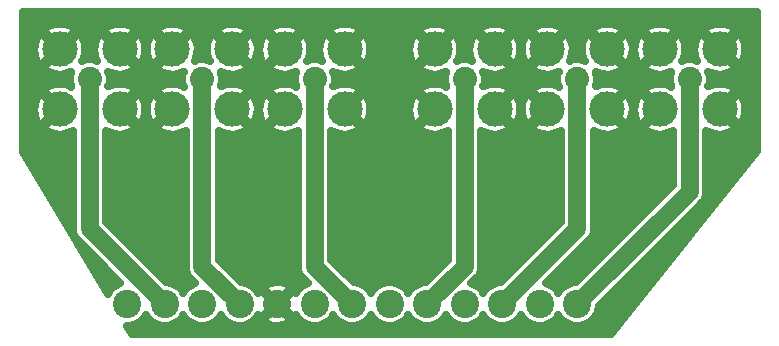
<source format=gbr>
%TF.GenerationSoftware,KiCad,Pcbnew,(5.1.9)-1*%
%TF.CreationDate,2021-11-23T15:31:52+07:00*%
%TF.ProjectId,DAC_SMA,4441435f-534d-4412-9e6b-696361645f70,rev?*%
%TF.SameCoordinates,Original*%
%TF.FileFunction,Copper,L1,Top*%
%TF.FilePolarity,Positive*%
%FSLAX46Y46*%
G04 Gerber Fmt 4.6, Leading zero omitted, Abs format (unit mm)*
G04 Created by KiCad (PCBNEW (5.1.9)-1) date 2021-11-23 15:31:52*
%MOMM*%
%LPD*%
G01*
G04 APERTURE LIST*
%TA.AperFunction,ComponentPad*%
%ADD10C,2.400000*%
%TD*%
%TA.AperFunction,ComponentPad*%
%ADD11C,3.000000*%
%TD*%
%TA.AperFunction,ComponentPad*%
%ADD12C,2.050000*%
%TD*%
%TA.AperFunction,Conductor*%
%ADD13C,1.500000*%
%TD*%
%TA.AperFunction,Conductor*%
%ADD14C,0.700000*%
%TD*%
%TA.AperFunction,Conductor*%
%ADD15C,0.100000*%
%TD*%
G04 APERTURE END LIST*
D10*
%TO.P,J2,1*%
%TO.N,N/C*%
X47625000Y-98425000D03*
%TD*%
%TO.P,J2,1*%
%TO.N,N/C*%
X53975000Y-98425000D03*
%TD*%
%TO.P,J2,1*%
%TO.N,N/C*%
X63500000Y-98425000D03*
%TD*%
%TO.P,J2,1*%
%TO.N,N/C*%
X69850000Y-98425000D03*
%TD*%
%TO.P,J2,1*%
%TO.N,N/C*%
X76200000Y-98425000D03*
%TD*%
%TO.P,J2,1*%
%TO.N,N/C*%
X82550000Y-98425000D03*
%TD*%
%TO.P,J13,1*%
%TO.N,GNDA*%
X60325000Y-98425000D03*
%TD*%
D11*
%TO.P,J12,2*%
%TO.N,GNDA*%
X56515000Y-81915000D03*
X51435000Y-81915000D03*
X51435000Y-76835000D03*
X56515000Y-76835000D03*
D12*
%TO.P,J12,1*%
%TO.N,Net-(J12-Pad1)*%
X53975000Y-79375000D03*
%TD*%
D11*
%TO.P,J11,2*%
%TO.N,GNDA*%
X46990000Y-81915000D03*
X41910000Y-81915000D03*
X41910000Y-76835000D03*
X46990000Y-76835000D03*
D12*
%TO.P,J11,1*%
%TO.N,Net-(J11-Pad1)*%
X44450000Y-79375000D03*
%TD*%
D11*
%TO.P,J10,2*%
%TO.N,GNDA*%
X66040000Y-81915000D03*
X60960000Y-81915000D03*
X60960000Y-76835000D03*
X66040000Y-76835000D03*
D12*
%TO.P,J10,1*%
%TO.N,Net-(J10-Pad1)*%
X63500000Y-79375000D03*
%TD*%
D11*
%TO.P,J9,2*%
%TO.N,GNDA*%
X78740000Y-81915000D03*
X73660000Y-81915000D03*
X73660000Y-76835000D03*
X78740000Y-76835000D03*
D12*
%TO.P,J9,1*%
%TO.N,Net-(J3-Pad1)*%
X76200000Y-79375000D03*
%TD*%
D11*
%TO.P,J8,2*%
%TO.N,GNDA*%
X88265000Y-81915000D03*
X83185000Y-81915000D03*
X83185000Y-76835000D03*
X88265000Y-76835000D03*
D12*
%TO.P,J8,1*%
%TO.N,Net-(J2-Pad1)*%
X85725000Y-79375000D03*
%TD*%
D10*
%TO.P,J7,1*%
%TO.N,Net-(J12-Pad1)*%
X57150000Y-98425000D03*
%TD*%
%TO.P,J6,1*%
%TO.N,Net-(J11-Pad1)*%
X50800000Y-98425000D03*
%TD*%
%TO.P,J5,1*%
%TO.N,Net-(J10-Pad1)*%
X66675000Y-98425000D03*
%TD*%
D11*
%TO.P,J4,2*%
%TO.N,GNDA*%
X97790000Y-81915000D03*
X92710000Y-81915000D03*
X92710000Y-76835000D03*
X97790000Y-76835000D03*
D12*
%TO.P,J4,1*%
%TO.N,Net-(J1-Pad1)*%
X95250000Y-79375000D03*
%TD*%
D10*
%TO.P,J3,1*%
%TO.N,Net-(J3-Pad1)*%
X73025000Y-98425000D03*
%TD*%
%TO.P,J2,1*%
%TO.N,Net-(J2-Pad1)*%
X79375000Y-98425000D03*
%TD*%
%TO.P,J1,1*%
%TO.N,Net-(J1-Pad1)*%
X85725000Y-98425000D03*
%TD*%
D13*
%TO.N,Net-(J1-Pad1)*%
X95250000Y-88900000D02*
X85725000Y-98425000D01*
X95250000Y-79375000D02*
X95250000Y-88900000D01*
%TO.N,Net-(J2-Pad1)*%
X85725000Y-92075000D02*
X85725000Y-79375000D01*
X79375000Y-98425000D02*
X85725000Y-92075000D01*
%TO.N,Net-(J3-Pad1)*%
X76200000Y-95250000D02*
X76200000Y-79375000D01*
X73025000Y-98425000D02*
X76200000Y-95250000D01*
%TO.N,Net-(J10-Pad1)*%
X63500000Y-95250000D02*
X63500000Y-79375000D01*
X66675000Y-98425000D02*
X63500000Y-95250000D01*
%TO.N,Net-(J11-Pad1)*%
X44450000Y-92075000D02*
X50800000Y-98425000D01*
X44450000Y-79375000D02*
X44450000Y-92075000D01*
%TO.N,Net-(J12-Pad1)*%
X53975000Y-95250000D02*
X53975000Y-79375000D01*
X57150000Y-98425000D02*
X53975000Y-95250000D01*
%TD*%
D14*
%TO.N,GNDA*%
X100925000Y-85488223D02*
X88575579Y-100925000D01*
X48007178Y-100925000D01*
X47617178Y-100275000D01*
X47807209Y-100275000D01*
X48164625Y-100203905D01*
X48501303Y-100064448D01*
X48804306Y-99861989D01*
X49061989Y-99604306D01*
X49212500Y-99379049D01*
X49363011Y-99604306D01*
X49620694Y-99861989D01*
X49923697Y-100064448D01*
X50260375Y-100203905D01*
X50617791Y-100275000D01*
X50982209Y-100275000D01*
X51339625Y-100203905D01*
X51676303Y-100064448D01*
X51979306Y-99861989D01*
X52236989Y-99604306D01*
X52387500Y-99379049D01*
X52538011Y-99604306D01*
X52795694Y-99861989D01*
X53098697Y-100064448D01*
X53435375Y-100203905D01*
X53792791Y-100275000D01*
X54157209Y-100275000D01*
X54514625Y-100203905D01*
X54851303Y-100064448D01*
X55154306Y-99861989D01*
X55411989Y-99604306D01*
X55562500Y-99379049D01*
X55713011Y-99604306D01*
X55970694Y-99861989D01*
X56273697Y-100064448D01*
X56610375Y-100203905D01*
X56967791Y-100275000D01*
X57332209Y-100275000D01*
X57689625Y-100203905D01*
X58026303Y-100064448D01*
X58329306Y-99861989D01*
X58465356Y-99725939D01*
X59236193Y-99725939D01*
X59357252Y-100012187D01*
X59685491Y-100170487D01*
X60038307Y-100261711D01*
X60402140Y-100282350D01*
X60763010Y-100231612D01*
X61107046Y-100111447D01*
X61292748Y-100012187D01*
X61413807Y-99725939D01*
X60325000Y-98637132D01*
X59236193Y-99725939D01*
X58465356Y-99725939D01*
X58586989Y-99604306D01*
X58733606Y-99384877D01*
X58737813Y-99392748D01*
X59024061Y-99513807D01*
X60112868Y-98425000D01*
X59024061Y-97336193D01*
X58737813Y-97457252D01*
X58733845Y-97465480D01*
X58586989Y-97245694D01*
X58465356Y-97124061D01*
X59236193Y-97124061D01*
X60325000Y-98212868D01*
X61413807Y-97124061D01*
X61292748Y-96837813D01*
X60964509Y-96679513D01*
X60611693Y-96588289D01*
X60247860Y-96567650D01*
X59886990Y-96618388D01*
X59542954Y-96738553D01*
X59357252Y-96837813D01*
X59236193Y-97124061D01*
X58465356Y-97124061D01*
X58329306Y-96988011D01*
X58026303Y-96785552D01*
X57689625Y-96646095D01*
X57332209Y-96575000D01*
X57279899Y-96575000D01*
X55375000Y-94670102D01*
X55375000Y-83749450D01*
X55748930Y-83935019D01*
X56157736Y-84045658D01*
X56580272Y-84074416D01*
X57000299Y-84020190D01*
X57401676Y-83885062D01*
X57660436Y-83746752D01*
X57817677Y-83429809D01*
X56515000Y-82127132D01*
X56500858Y-82141275D01*
X56288726Y-81929143D01*
X56302868Y-81915000D01*
X56727132Y-81915000D01*
X58029809Y-83217677D01*
X58346752Y-83060436D01*
X58535019Y-82681070D01*
X58645658Y-82272264D01*
X58665531Y-81980272D01*
X58800584Y-81980272D01*
X58854810Y-82400299D01*
X58989938Y-82801676D01*
X59128248Y-83060436D01*
X59445191Y-83217677D01*
X60747868Y-81915000D01*
X59445191Y-80612323D01*
X59128248Y-80769564D01*
X58939981Y-81148930D01*
X58829342Y-81557736D01*
X58800584Y-81980272D01*
X58665531Y-81980272D01*
X58674416Y-81849728D01*
X58620190Y-81429701D01*
X58485062Y-81028324D01*
X58346752Y-80769564D01*
X58029809Y-80612323D01*
X56727132Y-81915000D01*
X56302868Y-81915000D01*
X56288726Y-81900858D01*
X56500858Y-81688726D01*
X56515000Y-81702868D01*
X57817677Y-80400191D01*
X57660436Y-80083248D01*
X57281070Y-79894981D01*
X56872264Y-79784342D01*
X56449728Y-79755584D01*
X56029701Y-79809810D01*
X55628324Y-79944938D01*
X55530208Y-79997382D01*
X55585631Y-79863580D01*
X55650000Y-79539973D01*
X55650000Y-79210027D01*
X55585631Y-78886420D01*
X55527005Y-78744885D01*
X55748930Y-78855019D01*
X56157736Y-78965658D01*
X56580272Y-78994416D01*
X57000299Y-78940190D01*
X57401676Y-78805062D01*
X57660436Y-78666752D01*
X57817677Y-78349809D01*
X59657323Y-78349809D01*
X59814564Y-78666752D01*
X60193930Y-78855019D01*
X60602736Y-78965658D01*
X61025272Y-78994416D01*
X61445299Y-78940190D01*
X61846676Y-78805062D01*
X61944792Y-78752618D01*
X61889369Y-78886420D01*
X61825000Y-79210027D01*
X61825000Y-79539973D01*
X61889369Y-79863580D01*
X61947995Y-80005115D01*
X61726070Y-79894981D01*
X61317264Y-79784342D01*
X60894728Y-79755584D01*
X60474701Y-79809810D01*
X60073324Y-79944938D01*
X59814564Y-80083248D01*
X59657323Y-80400191D01*
X60960000Y-81702868D01*
X60974143Y-81688726D01*
X61186275Y-81900858D01*
X61172132Y-81915000D01*
X61186275Y-81929143D01*
X60974143Y-82141275D01*
X60960000Y-82127132D01*
X59657323Y-83429809D01*
X59814564Y-83746752D01*
X60193930Y-83935019D01*
X60602736Y-84045658D01*
X61025272Y-84074416D01*
X61445299Y-84020190D01*
X61846676Y-83885062D01*
X62100001Y-83749657D01*
X62100000Y-95181231D01*
X62093227Y-95250000D01*
X62100000Y-95318769D01*
X62100000Y-95318776D01*
X62120257Y-95524447D01*
X62200310Y-95788348D01*
X62330310Y-96031561D01*
X62505261Y-96244738D01*
X62558682Y-96288580D01*
X62929136Y-96659035D01*
X62623697Y-96785552D01*
X62320694Y-96988011D01*
X62063011Y-97245694D01*
X61916394Y-97465123D01*
X61912187Y-97457252D01*
X61625939Y-97336193D01*
X60537132Y-98425000D01*
X61625939Y-99513807D01*
X61912187Y-99392748D01*
X61916155Y-99384520D01*
X62063011Y-99604306D01*
X62320694Y-99861989D01*
X62623697Y-100064448D01*
X62960375Y-100203905D01*
X63317791Y-100275000D01*
X63682209Y-100275000D01*
X64039625Y-100203905D01*
X64376303Y-100064448D01*
X64679306Y-99861989D01*
X64936989Y-99604306D01*
X65087500Y-99379049D01*
X65238011Y-99604306D01*
X65495694Y-99861989D01*
X65798697Y-100064448D01*
X66135375Y-100203905D01*
X66492791Y-100275000D01*
X66857209Y-100275000D01*
X67214625Y-100203905D01*
X67551303Y-100064448D01*
X67854306Y-99861989D01*
X68111989Y-99604306D01*
X68262500Y-99379049D01*
X68413011Y-99604306D01*
X68670694Y-99861989D01*
X68973697Y-100064448D01*
X69310375Y-100203905D01*
X69667791Y-100275000D01*
X70032209Y-100275000D01*
X70389625Y-100203905D01*
X70726303Y-100064448D01*
X71029306Y-99861989D01*
X71286989Y-99604306D01*
X71437500Y-99379049D01*
X71588011Y-99604306D01*
X71845694Y-99861989D01*
X72148697Y-100064448D01*
X72485375Y-100203905D01*
X72842791Y-100275000D01*
X73207209Y-100275000D01*
X73564625Y-100203905D01*
X73901303Y-100064448D01*
X74204306Y-99861989D01*
X74461989Y-99604306D01*
X74612500Y-99379049D01*
X74763011Y-99604306D01*
X75020694Y-99861989D01*
X75323697Y-100064448D01*
X75660375Y-100203905D01*
X76017791Y-100275000D01*
X76382209Y-100275000D01*
X76739625Y-100203905D01*
X77076303Y-100064448D01*
X77379306Y-99861989D01*
X77636989Y-99604306D01*
X77787500Y-99379049D01*
X77938011Y-99604306D01*
X78195694Y-99861989D01*
X78498697Y-100064448D01*
X78835375Y-100203905D01*
X79192791Y-100275000D01*
X79557209Y-100275000D01*
X79914625Y-100203905D01*
X80251303Y-100064448D01*
X80554306Y-99861989D01*
X80811989Y-99604306D01*
X80962500Y-99379049D01*
X81113011Y-99604306D01*
X81370694Y-99861989D01*
X81673697Y-100064448D01*
X82010375Y-100203905D01*
X82367791Y-100275000D01*
X82732209Y-100275000D01*
X83089625Y-100203905D01*
X83426303Y-100064448D01*
X83729306Y-99861989D01*
X83986989Y-99604306D01*
X84137500Y-99379049D01*
X84288011Y-99604306D01*
X84545694Y-99861989D01*
X84848697Y-100064448D01*
X85185375Y-100203905D01*
X85542791Y-100275000D01*
X85907209Y-100275000D01*
X86264625Y-100203905D01*
X86601303Y-100064448D01*
X86904306Y-99861989D01*
X87161989Y-99604306D01*
X87364448Y-99301303D01*
X87503905Y-98964625D01*
X87575000Y-98607209D01*
X87575000Y-98554898D01*
X96191319Y-89938580D01*
X96244739Y-89894739D01*
X96419690Y-89681562D01*
X96549690Y-89438349D01*
X96629743Y-89174448D01*
X96650000Y-88968777D01*
X96650000Y-88968770D01*
X96656773Y-88900001D01*
X96650000Y-88831232D01*
X96650000Y-83749450D01*
X97023930Y-83935019D01*
X97432736Y-84045658D01*
X97855272Y-84074416D01*
X98275299Y-84020190D01*
X98676676Y-83885062D01*
X98935436Y-83746752D01*
X99092677Y-83429809D01*
X97790000Y-82127132D01*
X97775858Y-82141275D01*
X97563726Y-81929143D01*
X97577868Y-81915000D01*
X98002132Y-81915000D01*
X99304809Y-83217677D01*
X99621752Y-83060436D01*
X99810019Y-82681070D01*
X99920658Y-82272264D01*
X99949416Y-81849728D01*
X99895190Y-81429701D01*
X99760062Y-81028324D01*
X99621752Y-80769564D01*
X99304809Y-80612323D01*
X98002132Y-81915000D01*
X97577868Y-81915000D01*
X97563726Y-81900858D01*
X97775858Y-81688726D01*
X97790000Y-81702868D01*
X99092677Y-80400191D01*
X98935436Y-80083248D01*
X98556070Y-79894981D01*
X98147264Y-79784342D01*
X97724728Y-79755584D01*
X97304701Y-79809810D01*
X96903324Y-79944938D01*
X96805208Y-79997382D01*
X96860631Y-79863580D01*
X96925000Y-79539973D01*
X96925000Y-79210027D01*
X96860631Y-78886420D01*
X96802005Y-78744885D01*
X97023930Y-78855019D01*
X97432736Y-78965658D01*
X97855272Y-78994416D01*
X98275299Y-78940190D01*
X98676676Y-78805062D01*
X98935436Y-78666752D01*
X99092677Y-78349809D01*
X97790000Y-77047132D01*
X97775858Y-77061275D01*
X97563726Y-76849143D01*
X97577868Y-76835000D01*
X98002132Y-76835000D01*
X99304809Y-78137677D01*
X99621752Y-77980436D01*
X99810019Y-77601070D01*
X99920658Y-77192264D01*
X99949416Y-76769728D01*
X99895190Y-76349701D01*
X99760062Y-75948324D01*
X99621752Y-75689564D01*
X99304809Y-75532323D01*
X98002132Y-76835000D01*
X97577868Y-76835000D01*
X96275191Y-75532323D01*
X95958248Y-75689564D01*
X95769981Y-76068930D01*
X95659342Y-76477736D01*
X95630584Y-76900272D01*
X95684810Y-77320299D01*
X95819938Y-77721676D01*
X95872382Y-77819792D01*
X95738580Y-77764369D01*
X95414973Y-77700000D01*
X95085027Y-77700000D01*
X94761420Y-77764369D01*
X94619885Y-77822995D01*
X94730019Y-77601070D01*
X94840658Y-77192264D01*
X94869416Y-76769728D01*
X94815190Y-76349701D01*
X94680062Y-75948324D01*
X94541752Y-75689564D01*
X94224809Y-75532323D01*
X92922132Y-76835000D01*
X92936275Y-76849143D01*
X92724143Y-77061275D01*
X92710000Y-77047132D01*
X91407323Y-78349809D01*
X91564564Y-78666752D01*
X91943930Y-78855019D01*
X92352736Y-78965658D01*
X92775272Y-78994416D01*
X93195299Y-78940190D01*
X93596676Y-78805062D01*
X93694792Y-78752618D01*
X93639369Y-78886420D01*
X93575000Y-79210027D01*
X93575000Y-79539973D01*
X93639369Y-79863580D01*
X93697995Y-80005115D01*
X93476070Y-79894981D01*
X93067264Y-79784342D01*
X92644728Y-79755584D01*
X92224701Y-79809810D01*
X91823324Y-79944938D01*
X91564564Y-80083248D01*
X91407323Y-80400191D01*
X92710000Y-81702868D01*
X92724143Y-81688726D01*
X92936275Y-81900858D01*
X92922132Y-81915000D01*
X92936275Y-81929143D01*
X92724143Y-82141275D01*
X92710000Y-82127132D01*
X91407323Y-83429809D01*
X91564564Y-83746752D01*
X91943930Y-83935019D01*
X92352736Y-84045658D01*
X92775272Y-84074416D01*
X93195299Y-84020190D01*
X93596676Y-83885062D01*
X93850000Y-83749657D01*
X93850001Y-88320100D01*
X85595102Y-96575000D01*
X85542791Y-96575000D01*
X85185375Y-96646095D01*
X84848697Y-96785552D01*
X84545694Y-96988011D01*
X84288011Y-97245694D01*
X84137500Y-97470951D01*
X83986989Y-97245694D01*
X83729306Y-96988011D01*
X83426303Y-96785552D01*
X83120864Y-96659035D01*
X86666324Y-93113575D01*
X86719738Y-93069739D01*
X86763576Y-93016323D01*
X86763582Y-93016317D01*
X86833907Y-92930626D01*
X86894690Y-92856562D01*
X87024690Y-92613349D01*
X87104743Y-92349448D01*
X87125000Y-92143777D01*
X87125000Y-92143770D01*
X87131773Y-92075001D01*
X87125000Y-92006232D01*
X87125000Y-83749450D01*
X87498930Y-83935019D01*
X87907736Y-84045658D01*
X88330272Y-84074416D01*
X88750299Y-84020190D01*
X89151676Y-83885062D01*
X89410436Y-83746752D01*
X89567677Y-83429809D01*
X88265000Y-82127132D01*
X88250858Y-82141275D01*
X88038726Y-81929143D01*
X88052868Y-81915000D01*
X88477132Y-81915000D01*
X89779809Y-83217677D01*
X90096752Y-83060436D01*
X90285019Y-82681070D01*
X90395658Y-82272264D01*
X90415531Y-81980272D01*
X90550584Y-81980272D01*
X90604810Y-82400299D01*
X90739938Y-82801676D01*
X90878248Y-83060436D01*
X91195191Y-83217677D01*
X92497868Y-81915000D01*
X91195191Y-80612323D01*
X90878248Y-80769564D01*
X90689981Y-81148930D01*
X90579342Y-81557736D01*
X90550584Y-81980272D01*
X90415531Y-81980272D01*
X90424416Y-81849728D01*
X90370190Y-81429701D01*
X90235062Y-81028324D01*
X90096752Y-80769564D01*
X89779809Y-80612323D01*
X88477132Y-81915000D01*
X88052868Y-81915000D01*
X88038726Y-81900858D01*
X88250858Y-81688726D01*
X88265000Y-81702868D01*
X89567677Y-80400191D01*
X89410436Y-80083248D01*
X89031070Y-79894981D01*
X88622264Y-79784342D01*
X88199728Y-79755584D01*
X87779701Y-79809810D01*
X87378324Y-79944938D01*
X87280208Y-79997382D01*
X87335631Y-79863580D01*
X87400000Y-79539973D01*
X87400000Y-79210027D01*
X87335631Y-78886420D01*
X87277005Y-78744885D01*
X87498930Y-78855019D01*
X87907736Y-78965658D01*
X88330272Y-78994416D01*
X88750299Y-78940190D01*
X89151676Y-78805062D01*
X89410436Y-78666752D01*
X89567677Y-78349809D01*
X88265000Y-77047132D01*
X88250858Y-77061275D01*
X88038726Y-76849143D01*
X88052868Y-76835000D01*
X88477132Y-76835000D01*
X89779809Y-78137677D01*
X90096752Y-77980436D01*
X90285019Y-77601070D01*
X90395658Y-77192264D01*
X90415531Y-76900272D01*
X90550584Y-76900272D01*
X90604810Y-77320299D01*
X90739938Y-77721676D01*
X90878248Y-77980436D01*
X91195191Y-78137677D01*
X92497868Y-76835000D01*
X91195191Y-75532323D01*
X90878248Y-75689564D01*
X90689981Y-76068930D01*
X90579342Y-76477736D01*
X90550584Y-76900272D01*
X90415531Y-76900272D01*
X90424416Y-76769728D01*
X90370190Y-76349701D01*
X90235062Y-75948324D01*
X90096752Y-75689564D01*
X89779809Y-75532323D01*
X88477132Y-76835000D01*
X88052868Y-76835000D01*
X86750191Y-75532323D01*
X86433248Y-75689564D01*
X86244981Y-76068930D01*
X86134342Y-76477736D01*
X86105584Y-76900272D01*
X86159810Y-77320299D01*
X86294938Y-77721676D01*
X86347382Y-77819792D01*
X86213580Y-77764369D01*
X85889973Y-77700000D01*
X85560027Y-77700000D01*
X85236420Y-77764369D01*
X85094885Y-77822995D01*
X85205019Y-77601070D01*
X85315658Y-77192264D01*
X85344416Y-76769728D01*
X85290190Y-76349701D01*
X85155062Y-75948324D01*
X85016752Y-75689564D01*
X84699809Y-75532323D01*
X83397132Y-76835000D01*
X83411275Y-76849143D01*
X83199143Y-77061275D01*
X83185000Y-77047132D01*
X81882323Y-78349809D01*
X82039564Y-78666752D01*
X82418930Y-78855019D01*
X82827736Y-78965658D01*
X83250272Y-78994416D01*
X83670299Y-78940190D01*
X84071676Y-78805062D01*
X84169792Y-78752618D01*
X84114369Y-78886420D01*
X84050000Y-79210027D01*
X84050000Y-79539973D01*
X84114369Y-79863580D01*
X84172995Y-80005115D01*
X83951070Y-79894981D01*
X83542264Y-79784342D01*
X83119728Y-79755584D01*
X82699701Y-79809810D01*
X82298324Y-79944938D01*
X82039564Y-80083248D01*
X81882323Y-80400191D01*
X83185000Y-81702868D01*
X83199143Y-81688726D01*
X83411275Y-81900858D01*
X83397132Y-81915000D01*
X83411275Y-81929143D01*
X83199143Y-82141275D01*
X83185000Y-82127132D01*
X81882323Y-83429809D01*
X82039564Y-83746752D01*
X82418930Y-83935019D01*
X82827736Y-84045658D01*
X83250272Y-84074416D01*
X83670299Y-84020190D01*
X84071676Y-83885062D01*
X84325001Y-83749657D01*
X84325000Y-91495101D01*
X79245102Y-96575000D01*
X79192791Y-96575000D01*
X78835375Y-96646095D01*
X78498697Y-96785552D01*
X78195694Y-96988011D01*
X77938011Y-97245694D01*
X77787500Y-97470951D01*
X77636989Y-97245694D01*
X77379306Y-96988011D01*
X77076303Y-96785552D01*
X76770864Y-96659035D01*
X77141324Y-96288575D01*
X77194738Y-96244739D01*
X77238576Y-96191323D01*
X77238582Y-96191317D01*
X77308907Y-96105626D01*
X77369690Y-96031562D01*
X77499690Y-95788349D01*
X77579743Y-95524448D01*
X77600000Y-95318777D01*
X77600000Y-95318770D01*
X77606773Y-95250001D01*
X77600000Y-95181232D01*
X77600000Y-83749450D01*
X77973930Y-83935019D01*
X78382736Y-84045658D01*
X78805272Y-84074416D01*
X79225299Y-84020190D01*
X79626676Y-83885062D01*
X79885436Y-83746752D01*
X80042677Y-83429809D01*
X78740000Y-82127132D01*
X78725858Y-82141275D01*
X78513726Y-81929143D01*
X78527868Y-81915000D01*
X78952132Y-81915000D01*
X80254809Y-83217677D01*
X80571752Y-83060436D01*
X80760019Y-82681070D01*
X80870658Y-82272264D01*
X80890531Y-81980272D01*
X81025584Y-81980272D01*
X81079810Y-82400299D01*
X81214938Y-82801676D01*
X81353248Y-83060436D01*
X81670191Y-83217677D01*
X82972868Y-81915000D01*
X81670191Y-80612323D01*
X81353248Y-80769564D01*
X81164981Y-81148930D01*
X81054342Y-81557736D01*
X81025584Y-81980272D01*
X80890531Y-81980272D01*
X80899416Y-81849728D01*
X80845190Y-81429701D01*
X80710062Y-81028324D01*
X80571752Y-80769564D01*
X80254809Y-80612323D01*
X78952132Y-81915000D01*
X78527868Y-81915000D01*
X78513726Y-81900858D01*
X78725858Y-81688726D01*
X78740000Y-81702868D01*
X80042677Y-80400191D01*
X79885436Y-80083248D01*
X79506070Y-79894981D01*
X79097264Y-79784342D01*
X78674728Y-79755584D01*
X78254701Y-79809810D01*
X77853324Y-79944938D01*
X77755208Y-79997382D01*
X77810631Y-79863580D01*
X77875000Y-79539973D01*
X77875000Y-79210027D01*
X77810631Y-78886420D01*
X77752005Y-78744885D01*
X77973930Y-78855019D01*
X78382736Y-78965658D01*
X78805272Y-78994416D01*
X79225299Y-78940190D01*
X79626676Y-78805062D01*
X79885436Y-78666752D01*
X80042677Y-78349809D01*
X78740000Y-77047132D01*
X78725858Y-77061275D01*
X78513726Y-76849143D01*
X78527868Y-76835000D01*
X78952132Y-76835000D01*
X80254809Y-78137677D01*
X80571752Y-77980436D01*
X80760019Y-77601070D01*
X80870658Y-77192264D01*
X80890531Y-76900272D01*
X81025584Y-76900272D01*
X81079810Y-77320299D01*
X81214938Y-77721676D01*
X81353248Y-77980436D01*
X81670191Y-78137677D01*
X82972868Y-76835000D01*
X81670191Y-75532323D01*
X81353248Y-75689564D01*
X81164981Y-76068930D01*
X81054342Y-76477736D01*
X81025584Y-76900272D01*
X80890531Y-76900272D01*
X80899416Y-76769728D01*
X80845190Y-76349701D01*
X80710062Y-75948324D01*
X80571752Y-75689564D01*
X80254809Y-75532323D01*
X78952132Y-76835000D01*
X78527868Y-76835000D01*
X77225191Y-75532323D01*
X76908248Y-75689564D01*
X76719981Y-76068930D01*
X76609342Y-76477736D01*
X76580584Y-76900272D01*
X76634810Y-77320299D01*
X76769938Y-77721676D01*
X76822382Y-77819792D01*
X76688580Y-77764369D01*
X76364973Y-77700000D01*
X76035027Y-77700000D01*
X75711420Y-77764369D01*
X75569885Y-77822995D01*
X75680019Y-77601070D01*
X75790658Y-77192264D01*
X75819416Y-76769728D01*
X75765190Y-76349701D01*
X75630062Y-75948324D01*
X75491752Y-75689564D01*
X75174809Y-75532323D01*
X73872132Y-76835000D01*
X73886275Y-76849143D01*
X73674143Y-77061275D01*
X73660000Y-77047132D01*
X72357323Y-78349809D01*
X72514564Y-78666752D01*
X72893930Y-78855019D01*
X73302736Y-78965658D01*
X73725272Y-78994416D01*
X74145299Y-78940190D01*
X74546676Y-78805062D01*
X74644792Y-78752618D01*
X74589369Y-78886420D01*
X74525000Y-79210027D01*
X74525000Y-79539973D01*
X74589369Y-79863580D01*
X74647995Y-80005115D01*
X74426070Y-79894981D01*
X74017264Y-79784342D01*
X73594728Y-79755584D01*
X73174701Y-79809810D01*
X72773324Y-79944938D01*
X72514564Y-80083248D01*
X72357323Y-80400191D01*
X73660000Y-81702868D01*
X73674143Y-81688726D01*
X73886275Y-81900858D01*
X73872132Y-81915000D01*
X73886275Y-81929143D01*
X73674143Y-82141275D01*
X73660000Y-82127132D01*
X72357323Y-83429809D01*
X72514564Y-83746752D01*
X72893930Y-83935019D01*
X73302736Y-84045658D01*
X73725272Y-84074416D01*
X74145299Y-84020190D01*
X74546676Y-83885062D01*
X74800001Y-83749657D01*
X74800000Y-94670101D01*
X72895102Y-96575000D01*
X72842791Y-96575000D01*
X72485375Y-96646095D01*
X72148697Y-96785552D01*
X71845694Y-96988011D01*
X71588011Y-97245694D01*
X71437500Y-97470951D01*
X71286989Y-97245694D01*
X71029306Y-96988011D01*
X70726303Y-96785552D01*
X70389625Y-96646095D01*
X70032209Y-96575000D01*
X69667791Y-96575000D01*
X69310375Y-96646095D01*
X68973697Y-96785552D01*
X68670694Y-96988011D01*
X68413011Y-97245694D01*
X68262500Y-97470951D01*
X68111989Y-97245694D01*
X67854306Y-96988011D01*
X67551303Y-96785552D01*
X67214625Y-96646095D01*
X66857209Y-96575000D01*
X66804899Y-96575000D01*
X64900000Y-94670102D01*
X64900000Y-83749450D01*
X65273930Y-83935019D01*
X65682736Y-84045658D01*
X66105272Y-84074416D01*
X66525299Y-84020190D01*
X66926676Y-83885062D01*
X67185436Y-83746752D01*
X67342677Y-83429809D01*
X66040000Y-82127132D01*
X66025858Y-82141275D01*
X65813726Y-81929143D01*
X65827868Y-81915000D01*
X66252132Y-81915000D01*
X67554809Y-83217677D01*
X67871752Y-83060436D01*
X68060019Y-82681070D01*
X68170658Y-82272264D01*
X68190531Y-81980272D01*
X71500584Y-81980272D01*
X71554810Y-82400299D01*
X71689938Y-82801676D01*
X71828248Y-83060436D01*
X72145191Y-83217677D01*
X73447868Y-81915000D01*
X72145191Y-80612323D01*
X71828248Y-80769564D01*
X71639981Y-81148930D01*
X71529342Y-81557736D01*
X71500584Y-81980272D01*
X68190531Y-81980272D01*
X68199416Y-81849728D01*
X68145190Y-81429701D01*
X68010062Y-81028324D01*
X67871752Y-80769564D01*
X67554809Y-80612323D01*
X66252132Y-81915000D01*
X65827868Y-81915000D01*
X65813726Y-81900858D01*
X66025858Y-81688726D01*
X66040000Y-81702868D01*
X67342677Y-80400191D01*
X67185436Y-80083248D01*
X66806070Y-79894981D01*
X66397264Y-79784342D01*
X65974728Y-79755584D01*
X65554701Y-79809810D01*
X65153324Y-79944938D01*
X65055208Y-79997382D01*
X65110631Y-79863580D01*
X65175000Y-79539973D01*
X65175000Y-79210027D01*
X65110631Y-78886420D01*
X65052005Y-78744885D01*
X65273930Y-78855019D01*
X65682736Y-78965658D01*
X66105272Y-78994416D01*
X66525299Y-78940190D01*
X66926676Y-78805062D01*
X67185436Y-78666752D01*
X67342677Y-78349809D01*
X66040000Y-77047132D01*
X66025858Y-77061275D01*
X65813726Y-76849143D01*
X65827868Y-76835000D01*
X66252132Y-76835000D01*
X67554809Y-78137677D01*
X67871752Y-77980436D01*
X68060019Y-77601070D01*
X68170658Y-77192264D01*
X68190531Y-76900272D01*
X71500584Y-76900272D01*
X71554810Y-77320299D01*
X71689938Y-77721676D01*
X71828248Y-77980436D01*
X72145191Y-78137677D01*
X73447868Y-76835000D01*
X72145191Y-75532323D01*
X71828248Y-75689564D01*
X71639981Y-76068930D01*
X71529342Y-76477736D01*
X71500584Y-76900272D01*
X68190531Y-76900272D01*
X68199416Y-76769728D01*
X68145190Y-76349701D01*
X68010062Y-75948324D01*
X67871752Y-75689564D01*
X67554809Y-75532323D01*
X66252132Y-76835000D01*
X65827868Y-76835000D01*
X64525191Y-75532323D01*
X64208248Y-75689564D01*
X64019981Y-76068930D01*
X63909342Y-76477736D01*
X63880584Y-76900272D01*
X63934810Y-77320299D01*
X64069938Y-77721676D01*
X64122382Y-77819792D01*
X63988580Y-77764369D01*
X63664973Y-77700000D01*
X63335027Y-77700000D01*
X63011420Y-77764369D01*
X62869885Y-77822995D01*
X62980019Y-77601070D01*
X63090658Y-77192264D01*
X63119416Y-76769728D01*
X63065190Y-76349701D01*
X62930062Y-75948324D01*
X62791752Y-75689564D01*
X62474809Y-75532323D01*
X61172132Y-76835000D01*
X61186275Y-76849143D01*
X60974143Y-77061275D01*
X60960000Y-77047132D01*
X59657323Y-78349809D01*
X57817677Y-78349809D01*
X56515000Y-77047132D01*
X56500858Y-77061275D01*
X56288726Y-76849143D01*
X56302868Y-76835000D01*
X56727132Y-76835000D01*
X58029809Y-78137677D01*
X58346752Y-77980436D01*
X58535019Y-77601070D01*
X58645658Y-77192264D01*
X58665531Y-76900272D01*
X58800584Y-76900272D01*
X58854810Y-77320299D01*
X58989938Y-77721676D01*
X59128248Y-77980436D01*
X59445191Y-78137677D01*
X60747868Y-76835000D01*
X59445191Y-75532323D01*
X59128248Y-75689564D01*
X58939981Y-76068930D01*
X58829342Y-76477736D01*
X58800584Y-76900272D01*
X58665531Y-76900272D01*
X58674416Y-76769728D01*
X58620190Y-76349701D01*
X58485062Y-75948324D01*
X58346752Y-75689564D01*
X58029809Y-75532323D01*
X56727132Y-76835000D01*
X56302868Y-76835000D01*
X55000191Y-75532323D01*
X54683248Y-75689564D01*
X54494981Y-76068930D01*
X54384342Y-76477736D01*
X54355584Y-76900272D01*
X54409810Y-77320299D01*
X54544938Y-77721676D01*
X54597382Y-77819792D01*
X54463580Y-77764369D01*
X54139973Y-77700000D01*
X53810027Y-77700000D01*
X53486420Y-77764369D01*
X53344885Y-77822995D01*
X53455019Y-77601070D01*
X53565658Y-77192264D01*
X53594416Y-76769728D01*
X53540190Y-76349701D01*
X53405062Y-75948324D01*
X53266752Y-75689564D01*
X52949809Y-75532323D01*
X51647132Y-76835000D01*
X51661275Y-76849143D01*
X51449143Y-77061275D01*
X51435000Y-77047132D01*
X50132323Y-78349809D01*
X50289564Y-78666752D01*
X50668930Y-78855019D01*
X51077736Y-78965658D01*
X51500272Y-78994416D01*
X51920299Y-78940190D01*
X52321676Y-78805062D01*
X52419792Y-78752618D01*
X52364369Y-78886420D01*
X52300000Y-79210027D01*
X52300000Y-79539973D01*
X52364369Y-79863580D01*
X52422995Y-80005115D01*
X52201070Y-79894981D01*
X51792264Y-79784342D01*
X51369728Y-79755584D01*
X50949701Y-79809810D01*
X50548324Y-79944938D01*
X50289564Y-80083248D01*
X50132323Y-80400191D01*
X51435000Y-81702868D01*
X51449143Y-81688726D01*
X51661275Y-81900858D01*
X51647132Y-81915000D01*
X51661275Y-81929143D01*
X51449143Y-82141275D01*
X51435000Y-82127132D01*
X50132323Y-83429809D01*
X50289564Y-83746752D01*
X50668930Y-83935019D01*
X51077736Y-84045658D01*
X51500272Y-84074416D01*
X51920299Y-84020190D01*
X52321676Y-83885062D01*
X52575001Y-83749657D01*
X52575000Y-95181231D01*
X52568227Y-95250000D01*
X52575000Y-95318769D01*
X52575000Y-95318776D01*
X52595257Y-95524447D01*
X52675310Y-95788348D01*
X52805310Y-96031561D01*
X52980261Y-96244738D01*
X53033682Y-96288580D01*
X53404136Y-96659035D01*
X53098697Y-96785552D01*
X52795694Y-96988011D01*
X52538011Y-97245694D01*
X52387500Y-97470951D01*
X52236989Y-97245694D01*
X51979306Y-96988011D01*
X51676303Y-96785552D01*
X51339625Y-96646095D01*
X50982209Y-96575000D01*
X50929899Y-96575000D01*
X45850000Y-91495102D01*
X45850000Y-83749450D01*
X46223930Y-83935019D01*
X46632736Y-84045658D01*
X47055272Y-84074416D01*
X47475299Y-84020190D01*
X47876676Y-83885062D01*
X48135436Y-83746752D01*
X48292677Y-83429809D01*
X46990000Y-82127132D01*
X46975858Y-82141275D01*
X46763726Y-81929143D01*
X46777868Y-81915000D01*
X47202132Y-81915000D01*
X48504809Y-83217677D01*
X48821752Y-83060436D01*
X49010019Y-82681070D01*
X49120658Y-82272264D01*
X49140531Y-81980272D01*
X49275584Y-81980272D01*
X49329810Y-82400299D01*
X49464938Y-82801676D01*
X49603248Y-83060436D01*
X49920191Y-83217677D01*
X51222868Y-81915000D01*
X49920191Y-80612323D01*
X49603248Y-80769564D01*
X49414981Y-81148930D01*
X49304342Y-81557736D01*
X49275584Y-81980272D01*
X49140531Y-81980272D01*
X49149416Y-81849728D01*
X49095190Y-81429701D01*
X48960062Y-81028324D01*
X48821752Y-80769564D01*
X48504809Y-80612323D01*
X47202132Y-81915000D01*
X46777868Y-81915000D01*
X46763726Y-81900858D01*
X46975858Y-81688726D01*
X46990000Y-81702868D01*
X48292677Y-80400191D01*
X48135436Y-80083248D01*
X47756070Y-79894981D01*
X47347264Y-79784342D01*
X46924728Y-79755584D01*
X46504701Y-79809810D01*
X46103324Y-79944938D01*
X46005208Y-79997382D01*
X46060631Y-79863580D01*
X46125000Y-79539973D01*
X46125000Y-79210027D01*
X46060631Y-78886420D01*
X46002005Y-78744885D01*
X46223930Y-78855019D01*
X46632736Y-78965658D01*
X47055272Y-78994416D01*
X47475299Y-78940190D01*
X47876676Y-78805062D01*
X48135436Y-78666752D01*
X48292677Y-78349809D01*
X46990000Y-77047132D01*
X46975858Y-77061275D01*
X46763726Y-76849143D01*
X46777868Y-76835000D01*
X47202132Y-76835000D01*
X48504809Y-78137677D01*
X48821752Y-77980436D01*
X49010019Y-77601070D01*
X49120658Y-77192264D01*
X49140531Y-76900272D01*
X49275584Y-76900272D01*
X49329810Y-77320299D01*
X49464938Y-77721676D01*
X49603248Y-77980436D01*
X49920191Y-78137677D01*
X51222868Y-76835000D01*
X49920191Y-75532323D01*
X49603248Y-75689564D01*
X49414981Y-76068930D01*
X49304342Y-76477736D01*
X49275584Y-76900272D01*
X49140531Y-76900272D01*
X49149416Y-76769728D01*
X49095190Y-76349701D01*
X48960062Y-75948324D01*
X48821752Y-75689564D01*
X48504809Y-75532323D01*
X47202132Y-76835000D01*
X46777868Y-76835000D01*
X45475191Y-75532323D01*
X45158248Y-75689564D01*
X44969981Y-76068930D01*
X44859342Y-76477736D01*
X44830584Y-76900272D01*
X44884810Y-77320299D01*
X45019938Y-77721676D01*
X45072382Y-77819792D01*
X44938580Y-77764369D01*
X44614973Y-77700000D01*
X44285027Y-77700000D01*
X43961420Y-77764369D01*
X43819885Y-77822995D01*
X43930019Y-77601070D01*
X44040658Y-77192264D01*
X44069416Y-76769728D01*
X44015190Y-76349701D01*
X43880062Y-75948324D01*
X43741752Y-75689564D01*
X43424809Y-75532323D01*
X42122132Y-76835000D01*
X42136275Y-76849143D01*
X41924143Y-77061275D01*
X41910000Y-77047132D01*
X40607323Y-78349809D01*
X40764564Y-78666752D01*
X41143930Y-78855019D01*
X41552736Y-78965658D01*
X41975272Y-78994416D01*
X42395299Y-78940190D01*
X42796676Y-78805062D01*
X42894792Y-78752618D01*
X42839369Y-78886420D01*
X42775000Y-79210027D01*
X42775000Y-79539973D01*
X42839369Y-79863580D01*
X42897995Y-80005115D01*
X42676070Y-79894981D01*
X42267264Y-79784342D01*
X41844728Y-79755584D01*
X41424701Y-79809810D01*
X41023324Y-79944938D01*
X40764564Y-80083248D01*
X40607323Y-80400191D01*
X41910000Y-81702868D01*
X41924143Y-81688726D01*
X42136275Y-81900858D01*
X42122132Y-81915000D01*
X42136275Y-81929143D01*
X41924143Y-82141275D01*
X41910000Y-82127132D01*
X40607323Y-83429809D01*
X40764564Y-83746752D01*
X41143930Y-83935019D01*
X41552736Y-84045658D01*
X41975272Y-84074416D01*
X42395299Y-84020190D01*
X42796676Y-83885062D01*
X43050000Y-83749657D01*
X43050001Y-92006221D01*
X43043227Y-92075000D01*
X43070257Y-92349447D01*
X43070258Y-92349449D01*
X43150311Y-92613349D01*
X43280311Y-92856562D01*
X43356752Y-92949705D01*
X43411418Y-93016316D01*
X43411419Y-93016317D01*
X43455262Y-93069739D01*
X43508682Y-93113580D01*
X47054136Y-96659035D01*
X46748697Y-96785552D01*
X46445694Y-96988011D01*
X46188011Y-97245694D01*
X45985552Y-97548697D01*
X45983855Y-97552794D01*
X38775000Y-85538037D01*
X38775000Y-81980272D01*
X39750584Y-81980272D01*
X39804810Y-82400299D01*
X39939938Y-82801676D01*
X40078248Y-83060436D01*
X40395191Y-83217677D01*
X41697868Y-81915000D01*
X40395191Y-80612323D01*
X40078248Y-80769564D01*
X39889981Y-81148930D01*
X39779342Y-81557736D01*
X39750584Y-81980272D01*
X38775000Y-81980272D01*
X38775000Y-76900272D01*
X39750584Y-76900272D01*
X39804810Y-77320299D01*
X39939938Y-77721676D01*
X40078248Y-77980436D01*
X40395191Y-78137677D01*
X41697868Y-76835000D01*
X40395191Y-75532323D01*
X40078248Y-75689564D01*
X39889981Y-76068930D01*
X39779342Y-76477736D01*
X39750584Y-76900272D01*
X38775000Y-76900272D01*
X38775000Y-75320191D01*
X40607323Y-75320191D01*
X41910000Y-76622868D01*
X43212677Y-75320191D01*
X45687323Y-75320191D01*
X46990000Y-76622868D01*
X48292677Y-75320191D01*
X50132323Y-75320191D01*
X51435000Y-76622868D01*
X52737677Y-75320191D01*
X55212323Y-75320191D01*
X56515000Y-76622868D01*
X57817677Y-75320191D01*
X59657323Y-75320191D01*
X60960000Y-76622868D01*
X62262677Y-75320191D01*
X64737323Y-75320191D01*
X66040000Y-76622868D01*
X67342677Y-75320191D01*
X72357323Y-75320191D01*
X73660000Y-76622868D01*
X74962677Y-75320191D01*
X77437323Y-75320191D01*
X78740000Y-76622868D01*
X80042677Y-75320191D01*
X81882323Y-75320191D01*
X83185000Y-76622868D01*
X84487677Y-75320191D01*
X86962323Y-75320191D01*
X88265000Y-76622868D01*
X89567677Y-75320191D01*
X91407323Y-75320191D01*
X92710000Y-76622868D01*
X94012677Y-75320191D01*
X96487323Y-75320191D01*
X97790000Y-76622868D01*
X99092677Y-75320191D01*
X98935436Y-75003248D01*
X98556070Y-74814981D01*
X98147264Y-74704342D01*
X97724728Y-74675584D01*
X97304701Y-74729810D01*
X96903324Y-74864938D01*
X96644564Y-75003248D01*
X96487323Y-75320191D01*
X94012677Y-75320191D01*
X93855436Y-75003248D01*
X93476070Y-74814981D01*
X93067264Y-74704342D01*
X92644728Y-74675584D01*
X92224701Y-74729810D01*
X91823324Y-74864938D01*
X91564564Y-75003248D01*
X91407323Y-75320191D01*
X89567677Y-75320191D01*
X89410436Y-75003248D01*
X89031070Y-74814981D01*
X88622264Y-74704342D01*
X88199728Y-74675584D01*
X87779701Y-74729810D01*
X87378324Y-74864938D01*
X87119564Y-75003248D01*
X86962323Y-75320191D01*
X84487677Y-75320191D01*
X84330436Y-75003248D01*
X83951070Y-74814981D01*
X83542264Y-74704342D01*
X83119728Y-74675584D01*
X82699701Y-74729810D01*
X82298324Y-74864938D01*
X82039564Y-75003248D01*
X81882323Y-75320191D01*
X80042677Y-75320191D01*
X79885436Y-75003248D01*
X79506070Y-74814981D01*
X79097264Y-74704342D01*
X78674728Y-74675584D01*
X78254701Y-74729810D01*
X77853324Y-74864938D01*
X77594564Y-75003248D01*
X77437323Y-75320191D01*
X74962677Y-75320191D01*
X74805436Y-75003248D01*
X74426070Y-74814981D01*
X74017264Y-74704342D01*
X73594728Y-74675584D01*
X73174701Y-74729810D01*
X72773324Y-74864938D01*
X72514564Y-75003248D01*
X72357323Y-75320191D01*
X67342677Y-75320191D01*
X67185436Y-75003248D01*
X66806070Y-74814981D01*
X66397264Y-74704342D01*
X65974728Y-74675584D01*
X65554701Y-74729810D01*
X65153324Y-74864938D01*
X64894564Y-75003248D01*
X64737323Y-75320191D01*
X62262677Y-75320191D01*
X62105436Y-75003248D01*
X61726070Y-74814981D01*
X61317264Y-74704342D01*
X60894728Y-74675584D01*
X60474701Y-74729810D01*
X60073324Y-74864938D01*
X59814564Y-75003248D01*
X59657323Y-75320191D01*
X57817677Y-75320191D01*
X57660436Y-75003248D01*
X57281070Y-74814981D01*
X56872264Y-74704342D01*
X56449728Y-74675584D01*
X56029701Y-74729810D01*
X55628324Y-74864938D01*
X55369564Y-75003248D01*
X55212323Y-75320191D01*
X52737677Y-75320191D01*
X52580436Y-75003248D01*
X52201070Y-74814981D01*
X51792264Y-74704342D01*
X51369728Y-74675584D01*
X50949701Y-74729810D01*
X50548324Y-74864938D01*
X50289564Y-75003248D01*
X50132323Y-75320191D01*
X48292677Y-75320191D01*
X48135436Y-75003248D01*
X47756070Y-74814981D01*
X47347264Y-74704342D01*
X46924728Y-74675584D01*
X46504701Y-74729810D01*
X46103324Y-74864938D01*
X45844564Y-75003248D01*
X45687323Y-75320191D01*
X43212677Y-75320191D01*
X43055436Y-75003248D01*
X42676070Y-74814981D01*
X42267264Y-74704342D01*
X41844728Y-74675584D01*
X41424701Y-74729810D01*
X41023324Y-74864938D01*
X40764564Y-75003248D01*
X40607323Y-75320191D01*
X38775000Y-75320191D01*
X38775000Y-73700000D01*
X100925001Y-73700000D01*
X100925000Y-85488223D01*
%TA.AperFunction,Conductor*%
D15*
G36*
X100925000Y-85488223D02*
G01*
X88575579Y-100925000D01*
X48007178Y-100925000D01*
X47617178Y-100275000D01*
X47807209Y-100275000D01*
X48164625Y-100203905D01*
X48501303Y-100064448D01*
X48804306Y-99861989D01*
X49061989Y-99604306D01*
X49212500Y-99379049D01*
X49363011Y-99604306D01*
X49620694Y-99861989D01*
X49923697Y-100064448D01*
X50260375Y-100203905D01*
X50617791Y-100275000D01*
X50982209Y-100275000D01*
X51339625Y-100203905D01*
X51676303Y-100064448D01*
X51979306Y-99861989D01*
X52236989Y-99604306D01*
X52387500Y-99379049D01*
X52538011Y-99604306D01*
X52795694Y-99861989D01*
X53098697Y-100064448D01*
X53435375Y-100203905D01*
X53792791Y-100275000D01*
X54157209Y-100275000D01*
X54514625Y-100203905D01*
X54851303Y-100064448D01*
X55154306Y-99861989D01*
X55411989Y-99604306D01*
X55562500Y-99379049D01*
X55713011Y-99604306D01*
X55970694Y-99861989D01*
X56273697Y-100064448D01*
X56610375Y-100203905D01*
X56967791Y-100275000D01*
X57332209Y-100275000D01*
X57689625Y-100203905D01*
X58026303Y-100064448D01*
X58329306Y-99861989D01*
X58465356Y-99725939D01*
X59236193Y-99725939D01*
X59357252Y-100012187D01*
X59685491Y-100170487D01*
X60038307Y-100261711D01*
X60402140Y-100282350D01*
X60763010Y-100231612D01*
X61107046Y-100111447D01*
X61292748Y-100012187D01*
X61413807Y-99725939D01*
X60325000Y-98637132D01*
X59236193Y-99725939D01*
X58465356Y-99725939D01*
X58586989Y-99604306D01*
X58733606Y-99384877D01*
X58737813Y-99392748D01*
X59024061Y-99513807D01*
X60112868Y-98425000D01*
X59024061Y-97336193D01*
X58737813Y-97457252D01*
X58733845Y-97465480D01*
X58586989Y-97245694D01*
X58465356Y-97124061D01*
X59236193Y-97124061D01*
X60325000Y-98212868D01*
X61413807Y-97124061D01*
X61292748Y-96837813D01*
X60964509Y-96679513D01*
X60611693Y-96588289D01*
X60247860Y-96567650D01*
X59886990Y-96618388D01*
X59542954Y-96738553D01*
X59357252Y-96837813D01*
X59236193Y-97124061D01*
X58465356Y-97124061D01*
X58329306Y-96988011D01*
X58026303Y-96785552D01*
X57689625Y-96646095D01*
X57332209Y-96575000D01*
X57279899Y-96575000D01*
X55375000Y-94670102D01*
X55375000Y-83749450D01*
X55748930Y-83935019D01*
X56157736Y-84045658D01*
X56580272Y-84074416D01*
X57000299Y-84020190D01*
X57401676Y-83885062D01*
X57660436Y-83746752D01*
X57817677Y-83429809D01*
X56515000Y-82127132D01*
X56500858Y-82141275D01*
X56288726Y-81929143D01*
X56302868Y-81915000D01*
X56727132Y-81915000D01*
X58029809Y-83217677D01*
X58346752Y-83060436D01*
X58535019Y-82681070D01*
X58645658Y-82272264D01*
X58665531Y-81980272D01*
X58800584Y-81980272D01*
X58854810Y-82400299D01*
X58989938Y-82801676D01*
X59128248Y-83060436D01*
X59445191Y-83217677D01*
X60747868Y-81915000D01*
X59445191Y-80612323D01*
X59128248Y-80769564D01*
X58939981Y-81148930D01*
X58829342Y-81557736D01*
X58800584Y-81980272D01*
X58665531Y-81980272D01*
X58674416Y-81849728D01*
X58620190Y-81429701D01*
X58485062Y-81028324D01*
X58346752Y-80769564D01*
X58029809Y-80612323D01*
X56727132Y-81915000D01*
X56302868Y-81915000D01*
X56288726Y-81900858D01*
X56500858Y-81688726D01*
X56515000Y-81702868D01*
X57817677Y-80400191D01*
X57660436Y-80083248D01*
X57281070Y-79894981D01*
X56872264Y-79784342D01*
X56449728Y-79755584D01*
X56029701Y-79809810D01*
X55628324Y-79944938D01*
X55530208Y-79997382D01*
X55585631Y-79863580D01*
X55650000Y-79539973D01*
X55650000Y-79210027D01*
X55585631Y-78886420D01*
X55527005Y-78744885D01*
X55748930Y-78855019D01*
X56157736Y-78965658D01*
X56580272Y-78994416D01*
X57000299Y-78940190D01*
X57401676Y-78805062D01*
X57660436Y-78666752D01*
X57817677Y-78349809D01*
X59657323Y-78349809D01*
X59814564Y-78666752D01*
X60193930Y-78855019D01*
X60602736Y-78965658D01*
X61025272Y-78994416D01*
X61445299Y-78940190D01*
X61846676Y-78805062D01*
X61944792Y-78752618D01*
X61889369Y-78886420D01*
X61825000Y-79210027D01*
X61825000Y-79539973D01*
X61889369Y-79863580D01*
X61947995Y-80005115D01*
X61726070Y-79894981D01*
X61317264Y-79784342D01*
X60894728Y-79755584D01*
X60474701Y-79809810D01*
X60073324Y-79944938D01*
X59814564Y-80083248D01*
X59657323Y-80400191D01*
X60960000Y-81702868D01*
X60974143Y-81688726D01*
X61186275Y-81900858D01*
X61172132Y-81915000D01*
X61186275Y-81929143D01*
X60974143Y-82141275D01*
X60960000Y-82127132D01*
X59657323Y-83429809D01*
X59814564Y-83746752D01*
X60193930Y-83935019D01*
X60602736Y-84045658D01*
X61025272Y-84074416D01*
X61445299Y-84020190D01*
X61846676Y-83885062D01*
X62100001Y-83749657D01*
X62100000Y-95181231D01*
X62093227Y-95250000D01*
X62100000Y-95318769D01*
X62100000Y-95318776D01*
X62120257Y-95524447D01*
X62200310Y-95788348D01*
X62330310Y-96031561D01*
X62505261Y-96244738D01*
X62558682Y-96288580D01*
X62929136Y-96659035D01*
X62623697Y-96785552D01*
X62320694Y-96988011D01*
X62063011Y-97245694D01*
X61916394Y-97465123D01*
X61912187Y-97457252D01*
X61625939Y-97336193D01*
X60537132Y-98425000D01*
X61625939Y-99513807D01*
X61912187Y-99392748D01*
X61916155Y-99384520D01*
X62063011Y-99604306D01*
X62320694Y-99861989D01*
X62623697Y-100064448D01*
X62960375Y-100203905D01*
X63317791Y-100275000D01*
X63682209Y-100275000D01*
X64039625Y-100203905D01*
X64376303Y-100064448D01*
X64679306Y-99861989D01*
X64936989Y-99604306D01*
X65087500Y-99379049D01*
X65238011Y-99604306D01*
X65495694Y-99861989D01*
X65798697Y-100064448D01*
X66135375Y-100203905D01*
X66492791Y-100275000D01*
X66857209Y-100275000D01*
X67214625Y-100203905D01*
X67551303Y-100064448D01*
X67854306Y-99861989D01*
X68111989Y-99604306D01*
X68262500Y-99379049D01*
X68413011Y-99604306D01*
X68670694Y-99861989D01*
X68973697Y-100064448D01*
X69310375Y-100203905D01*
X69667791Y-100275000D01*
X70032209Y-100275000D01*
X70389625Y-100203905D01*
X70726303Y-100064448D01*
X71029306Y-99861989D01*
X71286989Y-99604306D01*
X71437500Y-99379049D01*
X71588011Y-99604306D01*
X71845694Y-99861989D01*
X72148697Y-100064448D01*
X72485375Y-100203905D01*
X72842791Y-100275000D01*
X73207209Y-100275000D01*
X73564625Y-100203905D01*
X73901303Y-100064448D01*
X74204306Y-99861989D01*
X74461989Y-99604306D01*
X74612500Y-99379049D01*
X74763011Y-99604306D01*
X75020694Y-99861989D01*
X75323697Y-100064448D01*
X75660375Y-100203905D01*
X76017791Y-100275000D01*
X76382209Y-100275000D01*
X76739625Y-100203905D01*
X77076303Y-100064448D01*
X77379306Y-99861989D01*
X77636989Y-99604306D01*
X77787500Y-99379049D01*
X77938011Y-99604306D01*
X78195694Y-99861989D01*
X78498697Y-100064448D01*
X78835375Y-100203905D01*
X79192791Y-100275000D01*
X79557209Y-100275000D01*
X79914625Y-100203905D01*
X80251303Y-100064448D01*
X80554306Y-99861989D01*
X80811989Y-99604306D01*
X80962500Y-99379049D01*
X81113011Y-99604306D01*
X81370694Y-99861989D01*
X81673697Y-100064448D01*
X82010375Y-100203905D01*
X82367791Y-100275000D01*
X82732209Y-100275000D01*
X83089625Y-100203905D01*
X83426303Y-100064448D01*
X83729306Y-99861989D01*
X83986989Y-99604306D01*
X84137500Y-99379049D01*
X84288011Y-99604306D01*
X84545694Y-99861989D01*
X84848697Y-100064448D01*
X85185375Y-100203905D01*
X85542791Y-100275000D01*
X85907209Y-100275000D01*
X86264625Y-100203905D01*
X86601303Y-100064448D01*
X86904306Y-99861989D01*
X87161989Y-99604306D01*
X87364448Y-99301303D01*
X87503905Y-98964625D01*
X87575000Y-98607209D01*
X87575000Y-98554898D01*
X96191319Y-89938580D01*
X96244739Y-89894739D01*
X96419690Y-89681562D01*
X96549690Y-89438349D01*
X96629743Y-89174448D01*
X96650000Y-88968777D01*
X96650000Y-88968770D01*
X96656773Y-88900001D01*
X96650000Y-88831232D01*
X96650000Y-83749450D01*
X97023930Y-83935019D01*
X97432736Y-84045658D01*
X97855272Y-84074416D01*
X98275299Y-84020190D01*
X98676676Y-83885062D01*
X98935436Y-83746752D01*
X99092677Y-83429809D01*
X97790000Y-82127132D01*
X97775858Y-82141275D01*
X97563726Y-81929143D01*
X97577868Y-81915000D01*
X98002132Y-81915000D01*
X99304809Y-83217677D01*
X99621752Y-83060436D01*
X99810019Y-82681070D01*
X99920658Y-82272264D01*
X99949416Y-81849728D01*
X99895190Y-81429701D01*
X99760062Y-81028324D01*
X99621752Y-80769564D01*
X99304809Y-80612323D01*
X98002132Y-81915000D01*
X97577868Y-81915000D01*
X97563726Y-81900858D01*
X97775858Y-81688726D01*
X97790000Y-81702868D01*
X99092677Y-80400191D01*
X98935436Y-80083248D01*
X98556070Y-79894981D01*
X98147264Y-79784342D01*
X97724728Y-79755584D01*
X97304701Y-79809810D01*
X96903324Y-79944938D01*
X96805208Y-79997382D01*
X96860631Y-79863580D01*
X96925000Y-79539973D01*
X96925000Y-79210027D01*
X96860631Y-78886420D01*
X96802005Y-78744885D01*
X97023930Y-78855019D01*
X97432736Y-78965658D01*
X97855272Y-78994416D01*
X98275299Y-78940190D01*
X98676676Y-78805062D01*
X98935436Y-78666752D01*
X99092677Y-78349809D01*
X97790000Y-77047132D01*
X97775858Y-77061275D01*
X97563726Y-76849143D01*
X97577868Y-76835000D01*
X98002132Y-76835000D01*
X99304809Y-78137677D01*
X99621752Y-77980436D01*
X99810019Y-77601070D01*
X99920658Y-77192264D01*
X99949416Y-76769728D01*
X99895190Y-76349701D01*
X99760062Y-75948324D01*
X99621752Y-75689564D01*
X99304809Y-75532323D01*
X98002132Y-76835000D01*
X97577868Y-76835000D01*
X96275191Y-75532323D01*
X95958248Y-75689564D01*
X95769981Y-76068930D01*
X95659342Y-76477736D01*
X95630584Y-76900272D01*
X95684810Y-77320299D01*
X95819938Y-77721676D01*
X95872382Y-77819792D01*
X95738580Y-77764369D01*
X95414973Y-77700000D01*
X95085027Y-77700000D01*
X94761420Y-77764369D01*
X94619885Y-77822995D01*
X94730019Y-77601070D01*
X94840658Y-77192264D01*
X94869416Y-76769728D01*
X94815190Y-76349701D01*
X94680062Y-75948324D01*
X94541752Y-75689564D01*
X94224809Y-75532323D01*
X92922132Y-76835000D01*
X92936275Y-76849143D01*
X92724143Y-77061275D01*
X92710000Y-77047132D01*
X91407323Y-78349809D01*
X91564564Y-78666752D01*
X91943930Y-78855019D01*
X92352736Y-78965658D01*
X92775272Y-78994416D01*
X93195299Y-78940190D01*
X93596676Y-78805062D01*
X93694792Y-78752618D01*
X93639369Y-78886420D01*
X93575000Y-79210027D01*
X93575000Y-79539973D01*
X93639369Y-79863580D01*
X93697995Y-80005115D01*
X93476070Y-79894981D01*
X93067264Y-79784342D01*
X92644728Y-79755584D01*
X92224701Y-79809810D01*
X91823324Y-79944938D01*
X91564564Y-80083248D01*
X91407323Y-80400191D01*
X92710000Y-81702868D01*
X92724143Y-81688726D01*
X92936275Y-81900858D01*
X92922132Y-81915000D01*
X92936275Y-81929143D01*
X92724143Y-82141275D01*
X92710000Y-82127132D01*
X91407323Y-83429809D01*
X91564564Y-83746752D01*
X91943930Y-83935019D01*
X92352736Y-84045658D01*
X92775272Y-84074416D01*
X93195299Y-84020190D01*
X93596676Y-83885062D01*
X93850000Y-83749657D01*
X93850001Y-88320100D01*
X85595102Y-96575000D01*
X85542791Y-96575000D01*
X85185375Y-96646095D01*
X84848697Y-96785552D01*
X84545694Y-96988011D01*
X84288011Y-97245694D01*
X84137500Y-97470951D01*
X83986989Y-97245694D01*
X83729306Y-96988011D01*
X83426303Y-96785552D01*
X83120864Y-96659035D01*
X86666324Y-93113575D01*
X86719738Y-93069739D01*
X86763576Y-93016323D01*
X86763582Y-93016317D01*
X86833907Y-92930626D01*
X86894690Y-92856562D01*
X87024690Y-92613349D01*
X87104743Y-92349448D01*
X87125000Y-92143777D01*
X87125000Y-92143770D01*
X87131773Y-92075001D01*
X87125000Y-92006232D01*
X87125000Y-83749450D01*
X87498930Y-83935019D01*
X87907736Y-84045658D01*
X88330272Y-84074416D01*
X88750299Y-84020190D01*
X89151676Y-83885062D01*
X89410436Y-83746752D01*
X89567677Y-83429809D01*
X88265000Y-82127132D01*
X88250858Y-82141275D01*
X88038726Y-81929143D01*
X88052868Y-81915000D01*
X88477132Y-81915000D01*
X89779809Y-83217677D01*
X90096752Y-83060436D01*
X90285019Y-82681070D01*
X90395658Y-82272264D01*
X90415531Y-81980272D01*
X90550584Y-81980272D01*
X90604810Y-82400299D01*
X90739938Y-82801676D01*
X90878248Y-83060436D01*
X91195191Y-83217677D01*
X92497868Y-81915000D01*
X91195191Y-80612323D01*
X90878248Y-80769564D01*
X90689981Y-81148930D01*
X90579342Y-81557736D01*
X90550584Y-81980272D01*
X90415531Y-81980272D01*
X90424416Y-81849728D01*
X90370190Y-81429701D01*
X90235062Y-81028324D01*
X90096752Y-80769564D01*
X89779809Y-80612323D01*
X88477132Y-81915000D01*
X88052868Y-81915000D01*
X88038726Y-81900858D01*
X88250858Y-81688726D01*
X88265000Y-81702868D01*
X89567677Y-80400191D01*
X89410436Y-80083248D01*
X89031070Y-79894981D01*
X88622264Y-79784342D01*
X88199728Y-79755584D01*
X87779701Y-79809810D01*
X87378324Y-79944938D01*
X87280208Y-79997382D01*
X87335631Y-79863580D01*
X87400000Y-79539973D01*
X87400000Y-79210027D01*
X87335631Y-78886420D01*
X87277005Y-78744885D01*
X87498930Y-78855019D01*
X87907736Y-78965658D01*
X88330272Y-78994416D01*
X88750299Y-78940190D01*
X89151676Y-78805062D01*
X89410436Y-78666752D01*
X89567677Y-78349809D01*
X88265000Y-77047132D01*
X88250858Y-77061275D01*
X88038726Y-76849143D01*
X88052868Y-76835000D01*
X88477132Y-76835000D01*
X89779809Y-78137677D01*
X90096752Y-77980436D01*
X90285019Y-77601070D01*
X90395658Y-77192264D01*
X90415531Y-76900272D01*
X90550584Y-76900272D01*
X90604810Y-77320299D01*
X90739938Y-77721676D01*
X90878248Y-77980436D01*
X91195191Y-78137677D01*
X92497868Y-76835000D01*
X91195191Y-75532323D01*
X90878248Y-75689564D01*
X90689981Y-76068930D01*
X90579342Y-76477736D01*
X90550584Y-76900272D01*
X90415531Y-76900272D01*
X90424416Y-76769728D01*
X90370190Y-76349701D01*
X90235062Y-75948324D01*
X90096752Y-75689564D01*
X89779809Y-75532323D01*
X88477132Y-76835000D01*
X88052868Y-76835000D01*
X86750191Y-75532323D01*
X86433248Y-75689564D01*
X86244981Y-76068930D01*
X86134342Y-76477736D01*
X86105584Y-76900272D01*
X86159810Y-77320299D01*
X86294938Y-77721676D01*
X86347382Y-77819792D01*
X86213580Y-77764369D01*
X85889973Y-77700000D01*
X85560027Y-77700000D01*
X85236420Y-77764369D01*
X85094885Y-77822995D01*
X85205019Y-77601070D01*
X85315658Y-77192264D01*
X85344416Y-76769728D01*
X85290190Y-76349701D01*
X85155062Y-75948324D01*
X85016752Y-75689564D01*
X84699809Y-75532323D01*
X83397132Y-76835000D01*
X83411275Y-76849143D01*
X83199143Y-77061275D01*
X83185000Y-77047132D01*
X81882323Y-78349809D01*
X82039564Y-78666752D01*
X82418930Y-78855019D01*
X82827736Y-78965658D01*
X83250272Y-78994416D01*
X83670299Y-78940190D01*
X84071676Y-78805062D01*
X84169792Y-78752618D01*
X84114369Y-78886420D01*
X84050000Y-79210027D01*
X84050000Y-79539973D01*
X84114369Y-79863580D01*
X84172995Y-80005115D01*
X83951070Y-79894981D01*
X83542264Y-79784342D01*
X83119728Y-79755584D01*
X82699701Y-79809810D01*
X82298324Y-79944938D01*
X82039564Y-80083248D01*
X81882323Y-80400191D01*
X83185000Y-81702868D01*
X83199143Y-81688726D01*
X83411275Y-81900858D01*
X83397132Y-81915000D01*
X83411275Y-81929143D01*
X83199143Y-82141275D01*
X83185000Y-82127132D01*
X81882323Y-83429809D01*
X82039564Y-83746752D01*
X82418930Y-83935019D01*
X82827736Y-84045658D01*
X83250272Y-84074416D01*
X83670299Y-84020190D01*
X84071676Y-83885062D01*
X84325001Y-83749657D01*
X84325000Y-91495101D01*
X79245102Y-96575000D01*
X79192791Y-96575000D01*
X78835375Y-96646095D01*
X78498697Y-96785552D01*
X78195694Y-96988011D01*
X77938011Y-97245694D01*
X77787500Y-97470951D01*
X77636989Y-97245694D01*
X77379306Y-96988011D01*
X77076303Y-96785552D01*
X76770864Y-96659035D01*
X77141324Y-96288575D01*
X77194738Y-96244739D01*
X77238576Y-96191323D01*
X77238582Y-96191317D01*
X77308907Y-96105626D01*
X77369690Y-96031562D01*
X77499690Y-95788349D01*
X77579743Y-95524448D01*
X77600000Y-95318777D01*
X77600000Y-95318770D01*
X77606773Y-95250001D01*
X77600000Y-95181232D01*
X77600000Y-83749450D01*
X77973930Y-83935019D01*
X78382736Y-84045658D01*
X78805272Y-84074416D01*
X79225299Y-84020190D01*
X79626676Y-83885062D01*
X79885436Y-83746752D01*
X80042677Y-83429809D01*
X78740000Y-82127132D01*
X78725858Y-82141275D01*
X78513726Y-81929143D01*
X78527868Y-81915000D01*
X78952132Y-81915000D01*
X80254809Y-83217677D01*
X80571752Y-83060436D01*
X80760019Y-82681070D01*
X80870658Y-82272264D01*
X80890531Y-81980272D01*
X81025584Y-81980272D01*
X81079810Y-82400299D01*
X81214938Y-82801676D01*
X81353248Y-83060436D01*
X81670191Y-83217677D01*
X82972868Y-81915000D01*
X81670191Y-80612323D01*
X81353248Y-80769564D01*
X81164981Y-81148930D01*
X81054342Y-81557736D01*
X81025584Y-81980272D01*
X80890531Y-81980272D01*
X80899416Y-81849728D01*
X80845190Y-81429701D01*
X80710062Y-81028324D01*
X80571752Y-80769564D01*
X80254809Y-80612323D01*
X78952132Y-81915000D01*
X78527868Y-81915000D01*
X78513726Y-81900858D01*
X78725858Y-81688726D01*
X78740000Y-81702868D01*
X80042677Y-80400191D01*
X79885436Y-80083248D01*
X79506070Y-79894981D01*
X79097264Y-79784342D01*
X78674728Y-79755584D01*
X78254701Y-79809810D01*
X77853324Y-79944938D01*
X77755208Y-79997382D01*
X77810631Y-79863580D01*
X77875000Y-79539973D01*
X77875000Y-79210027D01*
X77810631Y-78886420D01*
X77752005Y-78744885D01*
X77973930Y-78855019D01*
X78382736Y-78965658D01*
X78805272Y-78994416D01*
X79225299Y-78940190D01*
X79626676Y-78805062D01*
X79885436Y-78666752D01*
X80042677Y-78349809D01*
X78740000Y-77047132D01*
X78725858Y-77061275D01*
X78513726Y-76849143D01*
X78527868Y-76835000D01*
X78952132Y-76835000D01*
X80254809Y-78137677D01*
X80571752Y-77980436D01*
X80760019Y-77601070D01*
X80870658Y-77192264D01*
X80890531Y-76900272D01*
X81025584Y-76900272D01*
X81079810Y-77320299D01*
X81214938Y-77721676D01*
X81353248Y-77980436D01*
X81670191Y-78137677D01*
X82972868Y-76835000D01*
X81670191Y-75532323D01*
X81353248Y-75689564D01*
X81164981Y-76068930D01*
X81054342Y-76477736D01*
X81025584Y-76900272D01*
X80890531Y-76900272D01*
X80899416Y-76769728D01*
X80845190Y-76349701D01*
X80710062Y-75948324D01*
X80571752Y-75689564D01*
X80254809Y-75532323D01*
X78952132Y-76835000D01*
X78527868Y-76835000D01*
X77225191Y-75532323D01*
X76908248Y-75689564D01*
X76719981Y-76068930D01*
X76609342Y-76477736D01*
X76580584Y-76900272D01*
X76634810Y-77320299D01*
X76769938Y-77721676D01*
X76822382Y-77819792D01*
X76688580Y-77764369D01*
X76364973Y-77700000D01*
X76035027Y-77700000D01*
X75711420Y-77764369D01*
X75569885Y-77822995D01*
X75680019Y-77601070D01*
X75790658Y-77192264D01*
X75819416Y-76769728D01*
X75765190Y-76349701D01*
X75630062Y-75948324D01*
X75491752Y-75689564D01*
X75174809Y-75532323D01*
X73872132Y-76835000D01*
X73886275Y-76849143D01*
X73674143Y-77061275D01*
X73660000Y-77047132D01*
X72357323Y-78349809D01*
X72514564Y-78666752D01*
X72893930Y-78855019D01*
X73302736Y-78965658D01*
X73725272Y-78994416D01*
X74145299Y-78940190D01*
X74546676Y-78805062D01*
X74644792Y-78752618D01*
X74589369Y-78886420D01*
X74525000Y-79210027D01*
X74525000Y-79539973D01*
X74589369Y-79863580D01*
X74647995Y-80005115D01*
X74426070Y-79894981D01*
X74017264Y-79784342D01*
X73594728Y-79755584D01*
X73174701Y-79809810D01*
X72773324Y-79944938D01*
X72514564Y-80083248D01*
X72357323Y-80400191D01*
X73660000Y-81702868D01*
X73674143Y-81688726D01*
X73886275Y-81900858D01*
X73872132Y-81915000D01*
X73886275Y-81929143D01*
X73674143Y-82141275D01*
X73660000Y-82127132D01*
X72357323Y-83429809D01*
X72514564Y-83746752D01*
X72893930Y-83935019D01*
X73302736Y-84045658D01*
X73725272Y-84074416D01*
X74145299Y-84020190D01*
X74546676Y-83885062D01*
X74800001Y-83749657D01*
X74800000Y-94670101D01*
X72895102Y-96575000D01*
X72842791Y-96575000D01*
X72485375Y-96646095D01*
X72148697Y-96785552D01*
X71845694Y-96988011D01*
X71588011Y-97245694D01*
X71437500Y-97470951D01*
X71286989Y-97245694D01*
X71029306Y-96988011D01*
X70726303Y-96785552D01*
X70389625Y-96646095D01*
X70032209Y-96575000D01*
X69667791Y-96575000D01*
X69310375Y-96646095D01*
X68973697Y-96785552D01*
X68670694Y-96988011D01*
X68413011Y-97245694D01*
X68262500Y-97470951D01*
X68111989Y-97245694D01*
X67854306Y-96988011D01*
X67551303Y-96785552D01*
X67214625Y-96646095D01*
X66857209Y-96575000D01*
X66804899Y-96575000D01*
X64900000Y-94670102D01*
X64900000Y-83749450D01*
X65273930Y-83935019D01*
X65682736Y-84045658D01*
X66105272Y-84074416D01*
X66525299Y-84020190D01*
X66926676Y-83885062D01*
X67185436Y-83746752D01*
X67342677Y-83429809D01*
X66040000Y-82127132D01*
X66025858Y-82141275D01*
X65813726Y-81929143D01*
X65827868Y-81915000D01*
X66252132Y-81915000D01*
X67554809Y-83217677D01*
X67871752Y-83060436D01*
X68060019Y-82681070D01*
X68170658Y-82272264D01*
X68190531Y-81980272D01*
X71500584Y-81980272D01*
X71554810Y-82400299D01*
X71689938Y-82801676D01*
X71828248Y-83060436D01*
X72145191Y-83217677D01*
X73447868Y-81915000D01*
X72145191Y-80612323D01*
X71828248Y-80769564D01*
X71639981Y-81148930D01*
X71529342Y-81557736D01*
X71500584Y-81980272D01*
X68190531Y-81980272D01*
X68199416Y-81849728D01*
X68145190Y-81429701D01*
X68010062Y-81028324D01*
X67871752Y-80769564D01*
X67554809Y-80612323D01*
X66252132Y-81915000D01*
X65827868Y-81915000D01*
X65813726Y-81900858D01*
X66025858Y-81688726D01*
X66040000Y-81702868D01*
X67342677Y-80400191D01*
X67185436Y-80083248D01*
X66806070Y-79894981D01*
X66397264Y-79784342D01*
X65974728Y-79755584D01*
X65554701Y-79809810D01*
X65153324Y-79944938D01*
X65055208Y-79997382D01*
X65110631Y-79863580D01*
X65175000Y-79539973D01*
X65175000Y-79210027D01*
X65110631Y-78886420D01*
X65052005Y-78744885D01*
X65273930Y-78855019D01*
X65682736Y-78965658D01*
X66105272Y-78994416D01*
X66525299Y-78940190D01*
X66926676Y-78805062D01*
X67185436Y-78666752D01*
X67342677Y-78349809D01*
X66040000Y-77047132D01*
X66025858Y-77061275D01*
X65813726Y-76849143D01*
X65827868Y-76835000D01*
X66252132Y-76835000D01*
X67554809Y-78137677D01*
X67871752Y-77980436D01*
X68060019Y-77601070D01*
X68170658Y-77192264D01*
X68190531Y-76900272D01*
X71500584Y-76900272D01*
X71554810Y-77320299D01*
X71689938Y-77721676D01*
X71828248Y-77980436D01*
X72145191Y-78137677D01*
X73447868Y-76835000D01*
X72145191Y-75532323D01*
X71828248Y-75689564D01*
X71639981Y-76068930D01*
X71529342Y-76477736D01*
X71500584Y-76900272D01*
X68190531Y-76900272D01*
X68199416Y-76769728D01*
X68145190Y-76349701D01*
X68010062Y-75948324D01*
X67871752Y-75689564D01*
X67554809Y-75532323D01*
X66252132Y-76835000D01*
X65827868Y-76835000D01*
X64525191Y-75532323D01*
X64208248Y-75689564D01*
X64019981Y-76068930D01*
X63909342Y-76477736D01*
X63880584Y-76900272D01*
X63934810Y-77320299D01*
X64069938Y-77721676D01*
X64122382Y-77819792D01*
X63988580Y-77764369D01*
X63664973Y-77700000D01*
X63335027Y-77700000D01*
X63011420Y-77764369D01*
X62869885Y-77822995D01*
X62980019Y-77601070D01*
X63090658Y-77192264D01*
X63119416Y-76769728D01*
X63065190Y-76349701D01*
X62930062Y-75948324D01*
X62791752Y-75689564D01*
X62474809Y-75532323D01*
X61172132Y-76835000D01*
X61186275Y-76849143D01*
X60974143Y-77061275D01*
X60960000Y-77047132D01*
X59657323Y-78349809D01*
X57817677Y-78349809D01*
X56515000Y-77047132D01*
X56500858Y-77061275D01*
X56288726Y-76849143D01*
X56302868Y-76835000D01*
X56727132Y-76835000D01*
X58029809Y-78137677D01*
X58346752Y-77980436D01*
X58535019Y-77601070D01*
X58645658Y-77192264D01*
X58665531Y-76900272D01*
X58800584Y-76900272D01*
X58854810Y-77320299D01*
X58989938Y-77721676D01*
X59128248Y-77980436D01*
X59445191Y-78137677D01*
X60747868Y-76835000D01*
X59445191Y-75532323D01*
X59128248Y-75689564D01*
X58939981Y-76068930D01*
X58829342Y-76477736D01*
X58800584Y-76900272D01*
X58665531Y-76900272D01*
X58674416Y-76769728D01*
X58620190Y-76349701D01*
X58485062Y-75948324D01*
X58346752Y-75689564D01*
X58029809Y-75532323D01*
X56727132Y-76835000D01*
X56302868Y-76835000D01*
X55000191Y-75532323D01*
X54683248Y-75689564D01*
X54494981Y-76068930D01*
X54384342Y-76477736D01*
X54355584Y-76900272D01*
X54409810Y-77320299D01*
X54544938Y-77721676D01*
X54597382Y-77819792D01*
X54463580Y-77764369D01*
X54139973Y-77700000D01*
X53810027Y-77700000D01*
X53486420Y-77764369D01*
X53344885Y-77822995D01*
X53455019Y-77601070D01*
X53565658Y-77192264D01*
X53594416Y-76769728D01*
X53540190Y-76349701D01*
X53405062Y-75948324D01*
X53266752Y-75689564D01*
X52949809Y-75532323D01*
X51647132Y-76835000D01*
X51661275Y-76849143D01*
X51449143Y-77061275D01*
X51435000Y-77047132D01*
X50132323Y-78349809D01*
X50289564Y-78666752D01*
X50668930Y-78855019D01*
X51077736Y-78965658D01*
X51500272Y-78994416D01*
X51920299Y-78940190D01*
X52321676Y-78805062D01*
X52419792Y-78752618D01*
X52364369Y-78886420D01*
X52300000Y-79210027D01*
X52300000Y-79539973D01*
X52364369Y-79863580D01*
X52422995Y-80005115D01*
X52201070Y-79894981D01*
X51792264Y-79784342D01*
X51369728Y-79755584D01*
X50949701Y-79809810D01*
X50548324Y-79944938D01*
X50289564Y-80083248D01*
X50132323Y-80400191D01*
X51435000Y-81702868D01*
X51449143Y-81688726D01*
X51661275Y-81900858D01*
X51647132Y-81915000D01*
X51661275Y-81929143D01*
X51449143Y-82141275D01*
X51435000Y-82127132D01*
X50132323Y-83429809D01*
X50289564Y-83746752D01*
X50668930Y-83935019D01*
X51077736Y-84045658D01*
X51500272Y-84074416D01*
X51920299Y-84020190D01*
X52321676Y-83885062D01*
X52575001Y-83749657D01*
X52575000Y-95181231D01*
X52568227Y-95250000D01*
X52575000Y-95318769D01*
X52575000Y-95318776D01*
X52595257Y-95524447D01*
X52675310Y-95788348D01*
X52805310Y-96031561D01*
X52980261Y-96244738D01*
X53033682Y-96288580D01*
X53404136Y-96659035D01*
X53098697Y-96785552D01*
X52795694Y-96988011D01*
X52538011Y-97245694D01*
X52387500Y-97470951D01*
X52236989Y-97245694D01*
X51979306Y-96988011D01*
X51676303Y-96785552D01*
X51339625Y-96646095D01*
X50982209Y-96575000D01*
X50929899Y-96575000D01*
X45850000Y-91495102D01*
X45850000Y-83749450D01*
X46223930Y-83935019D01*
X46632736Y-84045658D01*
X47055272Y-84074416D01*
X47475299Y-84020190D01*
X47876676Y-83885062D01*
X48135436Y-83746752D01*
X48292677Y-83429809D01*
X46990000Y-82127132D01*
X46975858Y-82141275D01*
X46763726Y-81929143D01*
X46777868Y-81915000D01*
X47202132Y-81915000D01*
X48504809Y-83217677D01*
X48821752Y-83060436D01*
X49010019Y-82681070D01*
X49120658Y-82272264D01*
X49140531Y-81980272D01*
X49275584Y-81980272D01*
X49329810Y-82400299D01*
X49464938Y-82801676D01*
X49603248Y-83060436D01*
X49920191Y-83217677D01*
X51222868Y-81915000D01*
X49920191Y-80612323D01*
X49603248Y-80769564D01*
X49414981Y-81148930D01*
X49304342Y-81557736D01*
X49275584Y-81980272D01*
X49140531Y-81980272D01*
X49149416Y-81849728D01*
X49095190Y-81429701D01*
X48960062Y-81028324D01*
X48821752Y-80769564D01*
X48504809Y-80612323D01*
X47202132Y-81915000D01*
X46777868Y-81915000D01*
X46763726Y-81900858D01*
X46975858Y-81688726D01*
X46990000Y-81702868D01*
X48292677Y-80400191D01*
X48135436Y-80083248D01*
X47756070Y-79894981D01*
X47347264Y-79784342D01*
X46924728Y-79755584D01*
X46504701Y-79809810D01*
X46103324Y-79944938D01*
X46005208Y-79997382D01*
X46060631Y-79863580D01*
X46125000Y-79539973D01*
X46125000Y-79210027D01*
X46060631Y-78886420D01*
X46002005Y-78744885D01*
X46223930Y-78855019D01*
X46632736Y-78965658D01*
X47055272Y-78994416D01*
X47475299Y-78940190D01*
X47876676Y-78805062D01*
X48135436Y-78666752D01*
X48292677Y-78349809D01*
X46990000Y-77047132D01*
X46975858Y-77061275D01*
X46763726Y-76849143D01*
X46777868Y-76835000D01*
X47202132Y-76835000D01*
X48504809Y-78137677D01*
X48821752Y-77980436D01*
X49010019Y-77601070D01*
X49120658Y-77192264D01*
X49140531Y-76900272D01*
X49275584Y-76900272D01*
X49329810Y-77320299D01*
X49464938Y-77721676D01*
X49603248Y-77980436D01*
X49920191Y-78137677D01*
X51222868Y-76835000D01*
X49920191Y-75532323D01*
X49603248Y-75689564D01*
X49414981Y-76068930D01*
X49304342Y-76477736D01*
X49275584Y-76900272D01*
X49140531Y-76900272D01*
X49149416Y-76769728D01*
X49095190Y-76349701D01*
X48960062Y-75948324D01*
X48821752Y-75689564D01*
X48504809Y-75532323D01*
X47202132Y-76835000D01*
X46777868Y-76835000D01*
X45475191Y-75532323D01*
X45158248Y-75689564D01*
X44969981Y-76068930D01*
X44859342Y-76477736D01*
X44830584Y-76900272D01*
X44884810Y-77320299D01*
X45019938Y-77721676D01*
X45072382Y-77819792D01*
X44938580Y-77764369D01*
X44614973Y-77700000D01*
X44285027Y-77700000D01*
X43961420Y-77764369D01*
X43819885Y-77822995D01*
X43930019Y-77601070D01*
X44040658Y-77192264D01*
X44069416Y-76769728D01*
X44015190Y-76349701D01*
X43880062Y-75948324D01*
X43741752Y-75689564D01*
X43424809Y-75532323D01*
X42122132Y-76835000D01*
X42136275Y-76849143D01*
X41924143Y-77061275D01*
X41910000Y-77047132D01*
X40607323Y-78349809D01*
X40764564Y-78666752D01*
X41143930Y-78855019D01*
X41552736Y-78965658D01*
X41975272Y-78994416D01*
X42395299Y-78940190D01*
X42796676Y-78805062D01*
X42894792Y-78752618D01*
X42839369Y-78886420D01*
X42775000Y-79210027D01*
X42775000Y-79539973D01*
X42839369Y-79863580D01*
X42897995Y-80005115D01*
X42676070Y-79894981D01*
X42267264Y-79784342D01*
X41844728Y-79755584D01*
X41424701Y-79809810D01*
X41023324Y-79944938D01*
X40764564Y-80083248D01*
X40607323Y-80400191D01*
X41910000Y-81702868D01*
X41924143Y-81688726D01*
X42136275Y-81900858D01*
X42122132Y-81915000D01*
X42136275Y-81929143D01*
X41924143Y-82141275D01*
X41910000Y-82127132D01*
X40607323Y-83429809D01*
X40764564Y-83746752D01*
X41143930Y-83935019D01*
X41552736Y-84045658D01*
X41975272Y-84074416D01*
X42395299Y-84020190D01*
X42796676Y-83885062D01*
X43050000Y-83749657D01*
X43050001Y-92006221D01*
X43043227Y-92075000D01*
X43070257Y-92349447D01*
X43070258Y-92349449D01*
X43150311Y-92613349D01*
X43280311Y-92856562D01*
X43356752Y-92949705D01*
X43411418Y-93016316D01*
X43411419Y-93016317D01*
X43455262Y-93069739D01*
X43508682Y-93113580D01*
X47054136Y-96659035D01*
X46748697Y-96785552D01*
X46445694Y-96988011D01*
X46188011Y-97245694D01*
X45985552Y-97548697D01*
X45983855Y-97552794D01*
X38775000Y-85538037D01*
X38775000Y-81980272D01*
X39750584Y-81980272D01*
X39804810Y-82400299D01*
X39939938Y-82801676D01*
X40078248Y-83060436D01*
X40395191Y-83217677D01*
X41697868Y-81915000D01*
X40395191Y-80612323D01*
X40078248Y-80769564D01*
X39889981Y-81148930D01*
X39779342Y-81557736D01*
X39750584Y-81980272D01*
X38775000Y-81980272D01*
X38775000Y-76900272D01*
X39750584Y-76900272D01*
X39804810Y-77320299D01*
X39939938Y-77721676D01*
X40078248Y-77980436D01*
X40395191Y-78137677D01*
X41697868Y-76835000D01*
X40395191Y-75532323D01*
X40078248Y-75689564D01*
X39889981Y-76068930D01*
X39779342Y-76477736D01*
X39750584Y-76900272D01*
X38775000Y-76900272D01*
X38775000Y-75320191D01*
X40607323Y-75320191D01*
X41910000Y-76622868D01*
X43212677Y-75320191D01*
X45687323Y-75320191D01*
X46990000Y-76622868D01*
X48292677Y-75320191D01*
X50132323Y-75320191D01*
X51435000Y-76622868D01*
X52737677Y-75320191D01*
X55212323Y-75320191D01*
X56515000Y-76622868D01*
X57817677Y-75320191D01*
X59657323Y-75320191D01*
X60960000Y-76622868D01*
X62262677Y-75320191D01*
X64737323Y-75320191D01*
X66040000Y-76622868D01*
X67342677Y-75320191D01*
X72357323Y-75320191D01*
X73660000Y-76622868D01*
X74962677Y-75320191D01*
X77437323Y-75320191D01*
X78740000Y-76622868D01*
X80042677Y-75320191D01*
X81882323Y-75320191D01*
X83185000Y-76622868D01*
X84487677Y-75320191D01*
X86962323Y-75320191D01*
X88265000Y-76622868D01*
X89567677Y-75320191D01*
X91407323Y-75320191D01*
X92710000Y-76622868D01*
X94012677Y-75320191D01*
X96487323Y-75320191D01*
X97790000Y-76622868D01*
X99092677Y-75320191D01*
X98935436Y-75003248D01*
X98556070Y-74814981D01*
X98147264Y-74704342D01*
X97724728Y-74675584D01*
X97304701Y-74729810D01*
X96903324Y-74864938D01*
X96644564Y-75003248D01*
X96487323Y-75320191D01*
X94012677Y-75320191D01*
X93855436Y-75003248D01*
X93476070Y-74814981D01*
X93067264Y-74704342D01*
X92644728Y-74675584D01*
X92224701Y-74729810D01*
X91823324Y-74864938D01*
X91564564Y-75003248D01*
X91407323Y-75320191D01*
X89567677Y-75320191D01*
X89410436Y-75003248D01*
X89031070Y-74814981D01*
X88622264Y-74704342D01*
X88199728Y-74675584D01*
X87779701Y-74729810D01*
X87378324Y-74864938D01*
X87119564Y-75003248D01*
X86962323Y-75320191D01*
X84487677Y-75320191D01*
X84330436Y-75003248D01*
X83951070Y-74814981D01*
X83542264Y-74704342D01*
X83119728Y-74675584D01*
X82699701Y-74729810D01*
X82298324Y-74864938D01*
X82039564Y-75003248D01*
X81882323Y-75320191D01*
X80042677Y-75320191D01*
X79885436Y-75003248D01*
X79506070Y-74814981D01*
X79097264Y-74704342D01*
X78674728Y-74675584D01*
X78254701Y-74729810D01*
X77853324Y-74864938D01*
X77594564Y-75003248D01*
X77437323Y-75320191D01*
X74962677Y-75320191D01*
X74805436Y-75003248D01*
X74426070Y-74814981D01*
X74017264Y-74704342D01*
X73594728Y-74675584D01*
X73174701Y-74729810D01*
X72773324Y-74864938D01*
X72514564Y-75003248D01*
X72357323Y-75320191D01*
X67342677Y-75320191D01*
X67185436Y-75003248D01*
X66806070Y-74814981D01*
X66397264Y-74704342D01*
X65974728Y-74675584D01*
X65554701Y-74729810D01*
X65153324Y-74864938D01*
X64894564Y-75003248D01*
X64737323Y-75320191D01*
X62262677Y-75320191D01*
X62105436Y-75003248D01*
X61726070Y-74814981D01*
X61317264Y-74704342D01*
X60894728Y-74675584D01*
X60474701Y-74729810D01*
X60073324Y-74864938D01*
X59814564Y-75003248D01*
X59657323Y-75320191D01*
X57817677Y-75320191D01*
X57660436Y-75003248D01*
X57281070Y-74814981D01*
X56872264Y-74704342D01*
X56449728Y-74675584D01*
X56029701Y-74729810D01*
X55628324Y-74864938D01*
X55369564Y-75003248D01*
X55212323Y-75320191D01*
X52737677Y-75320191D01*
X52580436Y-75003248D01*
X52201070Y-74814981D01*
X51792264Y-74704342D01*
X51369728Y-74675584D01*
X50949701Y-74729810D01*
X50548324Y-74864938D01*
X50289564Y-75003248D01*
X50132323Y-75320191D01*
X48292677Y-75320191D01*
X48135436Y-75003248D01*
X47756070Y-74814981D01*
X47347264Y-74704342D01*
X46924728Y-74675584D01*
X46504701Y-74729810D01*
X46103324Y-74864938D01*
X45844564Y-75003248D01*
X45687323Y-75320191D01*
X43212677Y-75320191D01*
X43055436Y-75003248D01*
X42676070Y-74814981D01*
X42267264Y-74704342D01*
X41844728Y-74675584D01*
X41424701Y-74729810D01*
X41023324Y-74864938D01*
X40764564Y-75003248D01*
X40607323Y-75320191D01*
X38775000Y-75320191D01*
X38775000Y-73700000D01*
X100925001Y-73700000D01*
X100925000Y-85488223D01*
G37*
%TD.AperFunction*%
%TD*%
M02*

</source>
